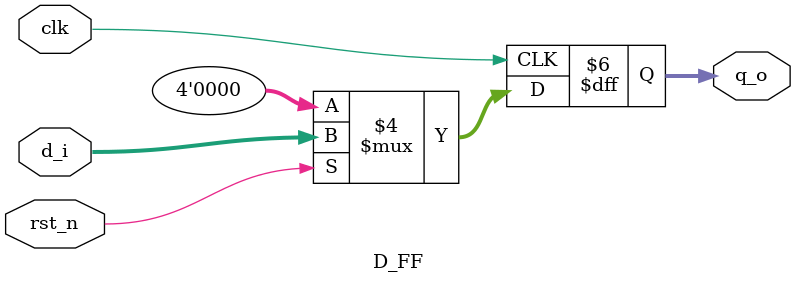
<source format=v>

module D_FF #(
  parameter   BITWIDTH  = 4
) (
  input   wire  [BITWIDTH - 1:0]  d_i,
  input   wire                    clk,
  input   wire                    rst_n,

  output  reg   [BITWIDTH - 1:0]  q_o
);
  // synopsys template

  always @(posedge clk) begin
    if (~rst_n) begin
      q_o   <= 'd0;
    end
    else begin
      q_o   <= d_i;
    end
  end
endmodule

</source>
